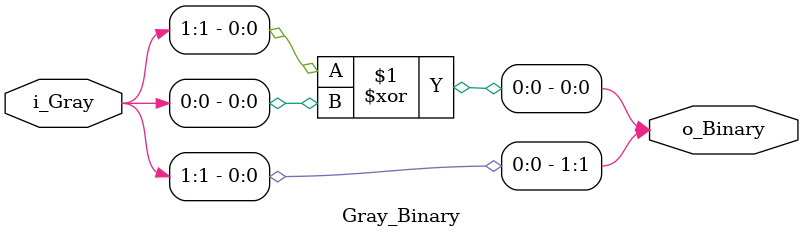
<source format=v>
module Gray_Binary #(parameter N = 2) (i_Gray,o_Binary);

input wire [N-1:0] i_Gray;
output wire [N-1:0] o_Binary;

assign o_Binary[N-1] = i_Gray[N-1];

genvar i;
generate
	for(i = N-2; i >= 0; i=i-1) begin: gray_2_bin
		assign o_Binary[i] = o_Binary[i+1] ^ i_Gray[i];
	end
endgenerate

endmodule

</source>
